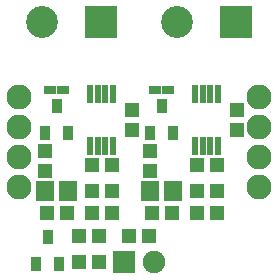
<source format=gts>
G04 DipTrace 2.4.0.1*
%INfanexpansion.frontmask.gts*%
%MOIN*%
%ADD38R,0.0236X0.063*%
%ADD40R,0.0591X0.0669*%
%ADD42C,0.0748*%
%ADD44R,0.0748X0.0748*%
%ADD46R,0.0335X0.0492*%
%ADD48C,0.1063*%
%ADD50R,0.1063X0.1063*%
%ADD52C,0.0829*%
%ADD54R,0.0394X0.0315*%
%ADD56R,0.0472X0.0512*%
%ADD58R,0.0512X0.0472*%
%FSLAX44Y44*%
G04*
G70*
G90*
G75*
G01*
%LNTopMask*%
%LPD*%
D58*
X7352Y8812D3*
X8022D3*
Y7937D3*
X7352D3*
X7606Y5562D3*
X6937D3*
D56*
X8687Y10647D3*
Y9977D3*
D58*
X6522Y7187D3*
X5852D3*
X10852Y8812D3*
X11522D3*
Y7937D3*
X10852D3*
D56*
X12187Y10647D3*
Y9977D3*
D54*
X5970Y11312D3*
X6404D3*
X9470D3*
X9904D3*
D52*
X12937Y8062D3*
Y9062D3*
Y10062D3*
Y11062D3*
X4937D3*
Y10062D3*
Y9062D3*
Y8062D3*
D50*
X7671Y13562D3*
D48*
X5703D3*
D50*
X12171D3*
D48*
X10203D3*
D46*
X5813Y9859D3*
X6561D3*
X6187Y10765D3*
X9313Y9859D3*
X10061D3*
X9687Y10765D3*
X5516Y5485D3*
X6264D3*
X5890Y6391D3*
D58*
X8602Y6437D3*
X9272D3*
X6937D3*
X7606D3*
D44*
X8437Y5562D3*
D42*
X9437D3*
D40*
X5813Y7937D3*
X6561D3*
D56*
X5812Y8602D3*
Y9272D3*
D58*
X7352Y7187D3*
X8022D3*
X9352D3*
X10022D3*
X10852D3*
X11522D3*
D40*
X9313Y7937D3*
X10061D3*
D56*
X9312Y8602D3*
Y9272D3*
D38*
X7303Y9446D3*
X7559D3*
X7815D3*
X8071D3*
Y11178D3*
X7815D3*
X7559D3*
X7303D3*
X10803Y9446D3*
X11059D3*
X11315D3*
X11571D3*
Y11178D3*
X11315D3*
X11059D3*
X10803D3*
M02*

</source>
